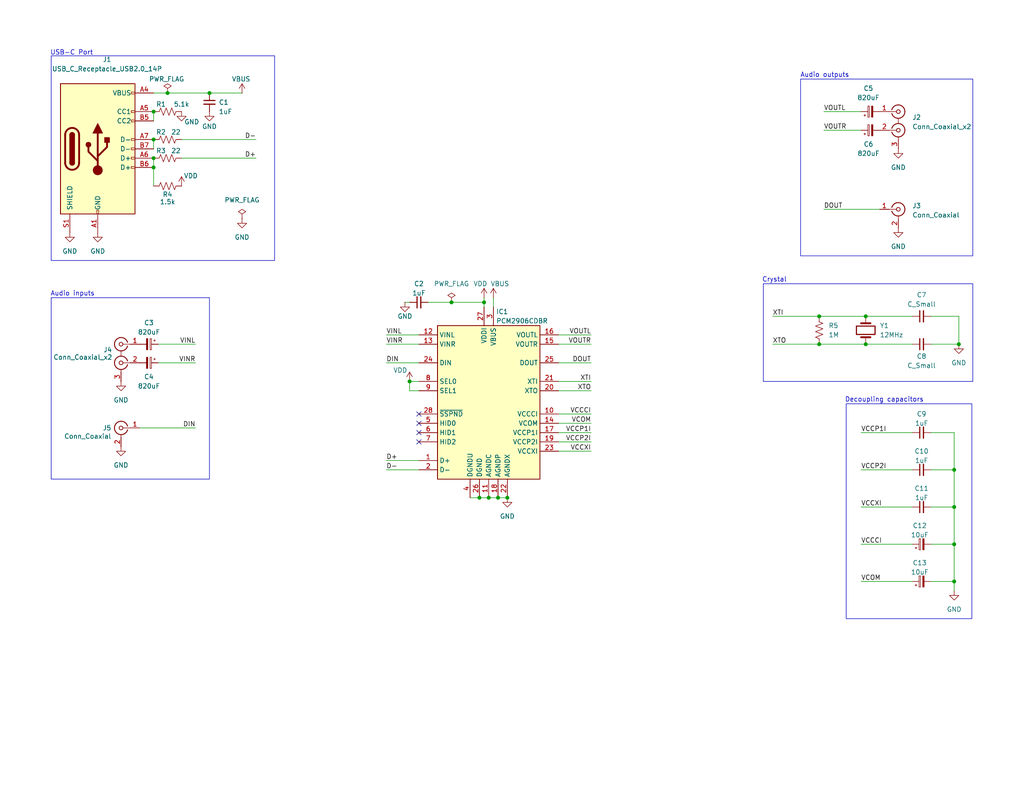
<source format=kicad_sch>
(kicad_sch (version 20231120) (generator "eeschema") (generator_version "8.0")
  (paper "USLetter")
  (title_block (title "USB Audio Interface") (company "WhatWare"))
  (lib_symbols
    (symbol "Connector:Conn_Coaxial" (pin_names (offset 1.016) hide)
      (property "Reference" "J" (at 0.254 3.048 0))
      (property "Value" "Conn_Coaxial" (at 2.921 0 90))
      (symbol "Conn_Coaxial_0_1"
        (arc (start -1.778 -0.508) (mid 0.2311 -1.8066) (end 1.778 0) (stroke (width 0.254)))
        (polyline (pts (xy -2.54 0) (xy -0.508 0)))
        (polyline (pts (xy 0 -2.54) (xy 0 -1.778)))
        (circle (center 0 0) (radius 0.508) (stroke (width 0.2032)))
        (arc (start 1.778 0) (mid 0.2099 1.8101) (end -1.778 0.508) (stroke (width 0.254)))
      )
      (symbol "Conn_Coaxial_1_1"
        (pin passive line (at -5.08 0 0) (length 2.54) (name "In") (number "1"))
        (pin passive line (at 0 -5.08 90) (length 2.54) (name "Ext") (number "2"))
      )
    )
    (symbol "Connector:Conn_Coaxial_x2" (pin_names (offset 1.016) hide)
      (property "Reference" "J" (at 0 5.715 0))
      (property "Value" "Conn_Coaxial_x2" (at 2.921 0 90))
      (symbol "Conn_Coaxial_x2_0_1"
        (arc (start -1.778 -3.048) (mid 0.2311 -4.3466) (end 1.778 -2.54) (stroke (width 0.254)))
        (arc (start -1.778 2.032) (mid 0.2311 0.7334) (end 1.778 2.54) (stroke (width 0.254)))
        (circle (center 0 -2.54) (radius 0.508) (stroke (width 0.2032)))
        (polyline (pts (xy -2.54 -2.54) (xy -0.508 -2.54)))
        (polyline (pts (xy -2.54 2.54) (xy -0.508 2.54)))
        (polyline (pts (xy 0 -5.08) (xy 0 -4.318)))
        (polyline (pts (xy 0 0.762) (xy 0 -0.635)))
        (circle (center 0 2.54) (radius 0.508) (stroke (width 0.2032)))
        (arc (start 1.778 -2.54) (mid 0.2099 -0.7299) (end -1.778 -2.032) (stroke (width 0.254)))
        (arc (start 1.778 2.54) (mid 0.2099 4.3501) (end -1.778 3.048) (stroke (width 0.254)))
      )
      (symbol "Conn_Coaxial_x2_1_1"
        (pin passive line (at -5.08 2.54 0) (length 2.54) (name "IN1") (number "1"))
        (pin passive line (at -5.08 -2.54 0) (length 2.54) (name "IN2") (number "2"))
        (pin passive line (at 0 -7.62 90) (length 2.54) (name "EXT") (number "3"))
      )
    )
    (symbol "Connector:USB_C_Receptacle_USB2.0_14P" (pin_names (offset 1.016))
      (property "Reference" "J" (at 0 22.225 0))
      (property "Value" "USB_C_Receptacle_USB2.0_14P" (at 0 19.685 0))
      (symbol "USB_C_Receptacle_USB2.0_14P_0_0"
        (rectangle (start -0.254 -17.78) (end 0.254 -16.764))
        (rectangle (start 10.16 -4.826) (end 9.144 -5.334))
        (rectangle (start 10.16 -2.286) (end 9.144 -2.794))
        (rectangle (start 10.16 0.254) (end 9.144 -0.254))
        (rectangle (start 10.16 2.794) (end 9.144 2.286))
        (rectangle (start 10.16 7.874) (end 9.144 7.366))
        (rectangle (start 10.16 10.414) (end 9.144 9.906))
        (rectangle (start 10.16 15.494) (end 9.144 14.986))
      )
      (symbol "USB_C_Receptacle_USB2.0_14P_0_1"
        (rectangle (start -10.16 17.78) (end 10.16 -17.78) (stroke (width 0.254)) (fill (type background)))
        (arc (start -8.89 -3.81) (mid -6.985 -5.7067) (end -5.08 -3.81) (stroke (width 0.508)))
        (arc (start -7.62 -3.81) (mid -6.985 -4.4423) (end -6.35 -3.81) (stroke (width 0.254)))
        (arc (start -7.62 -3.81) (mid -6.985 -4.4423) (end -6.35 -3.81) (stroke (width 0.254)) (fill (type outline)))
        (rectangle (start -7.62 -3.81) (end -6.35 3.81) (stroke (width 0.254)) (fill (type outline)))
        (arc (start -6.35 3.81) (mid -6.985 4.4423) (end -7.62 3.81) (stroke (width 0.254)))
        (arc (start -6.35 3.81) (mid -6.985 4.4423) (end -7.62 3.81) (stroke (width 0.254)) (fill (type outline)))
        (arc (start -5.08 3.81) (mid -6.985 5.7067) (end -8.89 3.81) (stroke (width 0.508)))
        (circle (center -2.54 1.143) (radius 0.635) (stroke (width 0.254)) (fill (type outline)))
        (circle (center 0 -5.842) (radius 1.27) (fill (type outline)))
        (polyline (pts (xy -8.89 -3.81) (xy -8.89 3.81)) (stroke (width 0.508)))
        (polyline (pts (xy -5.08 3.81) (xy -5.08 -3.81)) (stroke (width 0.508)))
        (polyline (pts (xy 0 -5.842) (xy 0 4.318)) (stroke (width 0.508)))
        (polyline (pts (xy 0 -3.302) (xy -2.54 -0.762) (xy -2.54 0.508)) (stroke (width 0.508)))
        (polyline (pts (xy 0 -2.032) (xy 2.54 0.508) (xy 2.54 1.778)) (stroke (width 0.508)))
        (polyline (pts (xy -1.27 4.318) (xy 0 6.858) (xy 1.27 4.318) (xy -1.27 4.318)) (stroke (width 0.254)) (fill (type outline)))
        (rectangle (start 1.905 1.778) (end 3.175 3.048) (stroke (width 0.254)) (fill (type outline)))
      )
      (symbol "USB_C_Receptacle_USB2.0_14P_1_1"
        (pin passive line (at 0 -22.86 90) (length 5.08) (name "GND") (number "A1"))
        (pin passive line (at 0 -22.86 90) (length 5.08) hide (name "GND") (number "A12"))
        (pin passive line (at 15.24 15.24 180) (length 5.08) (name "VBUS") (number "A4"))
        (pin bidirectional line (at 15.24 10.16 180) (length 5.08) (name "CC1") (number "A5"))
        (pin bidirectional line (at 15.24 -2.54 180) (length 5.08) (name "D+") (number "A6"))
        (pin bidirectional line (at 15.24 2.54 180) (length 5.08) (name "D-") (number "A7"))
        (pin passive line (at 15.24 15.24 180) (length 5.08) hide (name "VBUS") (number "A9"))
        (pin passive line (at 0 -22.86 90) (length 5.08) hide (name "GND") (number "B1"))
        (pin passive line (at 0 -22.86 90) (length 5.08) hide (name "GND") (number "B12"))
        (pin passive line (at 15.24 15.24 180) (length 5.08) hide (name "VBUS") (number "B4"))
        (pin bidirectional line (at 15.24 7.62 180) (length 5.08) (name "CC2") (number "B5"))
        (pin bidirectional line (at 15.24 -5.08 180) (length 5.08) (name "D+") (number "B6"))
        (pin bidirectional line (at 15.24 0 180) (length 5.08) (name "D-") (number "B7"))
        (pin passive line (at 15.24 15.24 180) (length 5.08) hide (name "VBUS") (number "B9"))
        (pin passive line (at -7.62 -22.86 90) (length 5.08) (name "SHIELD") (number "S1"))
      )
    )
    (symbol "Device:C_Polarized_Small" (pin_numbers hide) (pin_names (offset 0.254) hide)
      (property "Reference" "C" (at 0.254 1.778 0))
      (property "Value" "C_Polarized_Small" (at 0.254 -2.032 0))
      (symbol "C_Polarized_Small_0_1"
        (rectangle (start -1.524 -0.3048) (end 1.524 -0.6858) (fill (type outline)))
        (rectangle (start -1.524 0.6858) (end 1.524 0.3048))
        (polyline (pts (xy -1.27 1.524) (xy -0.762 1.524)))
        (polyline (pts (xy -1.016 1.27) (xy -1.016 1.778)))
      )
      (symbol "C_Polarized_Small_1_1"
        (pin passive line (at 0 2.54 270) (length 1.8542) (name "~") (number "1"))
        (pin passive line (at 0 -2.54 90) (length 1.8542) (name "~") (number "2"))
      )
    )
    (symbol "Device:C_Small" (pin_numbers hide) (pin_names (offset 0.254) hide)
      (property "Reference" "C" (at 0.254 1.778 0))
      (property "Value" "C_Small" (at 0.254 -2.032 0))
      (symbol "C_Small_0_1"
        (polyline (pts (xy -1.524 -0.508) (xy 1.524 -0.508)) (stroke (width 0.3302)))
        (polyline (pts (xy -1.524 0.508) (xy 1.524 0.508)) (stroke (width 0.3048)))
      )
      (symbol "C_Small_1_1"
        (pin passive line (at 0 2.54 270) (length 2.032) (name "~") (number "1"))
        (pin passive line (at 0 -2.54 90) (length 2.032) (name "~") (number "2"))
      )
    )
    (symbol "Device:Crystal" (pin_numbers hide) (pin_names (offset 1.016) hide)
      (property "Reference" "Y" (at 0 3.81 0))
      (property "Value" "Crystal" (at 0 -3.81 0))
      (symbol "Crystal_0_1"
        (rectangle (start -1.143 2.54) (end 1.143 -2.54) (stroke (width 0.3048)))
        (polyline (pts (xy -2.54 0) (xy -1.905 0)))
        (polyline (pts (xy -1.905 -1.27) (xy -1.905 1.27)) (stroke (width 0.508)))
        (polyline (pts (xy 1.905 -1.27) (xy 1.905 1.27)) (stroke (width 0.508)))
        (polyline (pts (xy 2.54 0) (xy 1.905 0)))
      )
      (symbol "Crystal_1_1"
        (pin passive line (at -3.81 0 0) (length 1.27) (name "1") (number "1"))
        (pin passive line (at 3.81 0 180) (length 1.27) (name "2") (number "2"))
      )
    )
    (symbol "Device:R_US" (pin_numbers hide) (pin_names (offset 0))
      (property "Reference" "R" (at 2.54 0 90))
      (property "Value" "R_US" (at -2.54 0 90))
      (symbol "R_US_0_1"
        (polyline (pts (xy 0 -2.286) (xy 0 -2.54)))
        (polyline (pts (xy 0 2.286) (xy 0 2.54)))
        (polyline (pts (xy 0 -0.762) (xy 1.016 -1.143) (xy 0 -1.524) (xy -1.016 -1.905) (xy 0 -2.286)))
        (polyline (pts (xy 0 0.762) (xy 1.016 0.381) (xy 0 0) (xy -1.016 -0.381) (xy 0 -0.762)))
        (polyline (pts (xy 0 2.286) (xy 1.016 1.905) (xy 0 1.524) (xy -1.016 1.143) (xy 0 0.762)))
      )
      (symbol "R_US_1_1"
        (pin passive line (at 0 3.81 270) (length 1.27) (name "~") (number "1"))
        (pin passive line (at 0 -3.81 90) (length 1.27) (name "~") (number "2"))
      )
    )
    (symbol "PCM2906CDBR:PCM2906CDBR"
      (property "Reference" "IC" (at 29.21 7.62 0))
      (property "Value" "PCM2906CDBR" (at 29.21 5.08 0))
      (symbol "PCM2906CDBR_1_1"
        (rectangle (start 0 2.54) (end 27.94 -39.37) (stroke (width 0.254)) (fill (type background)))
        (pin passive line (at -5.08 -34.29 0) (length 5.08) (name "D+") (number "1"))
        (pin passive line (at 33.02 -21.59 180) (length 5.08) (name "VCCCI") (number "10"))
        (pin passive line (at 13.97 -44.45 90) (length 5.08) (name "AGNDC") (number "11"))
        (pin passive line (at -5.08 0 0) (length 5.08) (name "VINL") (number "12"))
        (pin passive line (at -5.08 -2.54 0) (length 5.08) (name "VINR") (number "13"))
        (pin passive line (at 33.02 -24.13 180) (length 5.08) (name "VCOM") (number "14"))
        (pin passive line (at 33.02 -2.54 180) (length 5.08) (name "VOUTR") (number "15"))
        (pin passive line (at 33.02 0 180) (length 5.08) (name "VOUTL") (number "16"))
        (pin passive line (at 33.02 -26.67 180) (length 5.08) (name "VCCP1I") (number "17"))
        (pin passive line (at 16.51 -44.45 90) (length 5.08) (name "AGNDP") (number "18"))
        (pin passive line (at 33.02 -29.21 180) (length 5.08) (name "VCCP2I") (number "19"))
        (pin passive line (at -5.08 -36.83 0) (length 5.08) (name "D-") (number "2"))
        (pin passive line (at 33.02 -15.24 180) (length 5.08) (name "XTO") (number "20"))
        (pin passive line (at 33.02 -12.7 180) (length 5.08) (name "XTI") (number "21"))
        (pin passive line (at 19.05 -44.45 90) (length 5.08) (name "AGNDX") (number "22"))
        (pin passive line (at 33.02 -31.75 180) (length 5.08) (name "VCCXI") (number "23"))
        (pin passive line (at -5.08 -7.62 0) (length 5.08) (name "DIN") (number "24"))
        (pin passive line (at 33.02 -7.62 180) (length 5.08) (name "DOUT") (number "25"))
        (pin passive line (at 11.43 -44.45 90) (length 5.08) (name "DGND") (number "26"))
        (pin passive line (at 12.7 7.62 270) (length 5.08) (name "VDDI") (number "27"))
        (pin passive line (at -5.08 -21.59 0) (length 5.08) (name "~{SSPND}") (number "28"))
        (pin passive line (at 15.24 7.62 270) (length 5.08) (name "VBUS") (number "3"))
        (pin passive line (at 8.89 -44.45 90) (length 5.08) (name "DGNDU") (number "4"))
        (pin passive line (at -5.08 -24.13 0) (length 5.08) (name "HID0") (number "5"))
        (pin passive line (at -5.08 -26.67 0) (length 5.08) (name "HID1") (number "6"))
        (pin passive line (at -5.08 -29.21 0) (length 5.08) (name "HID2") (number "7"))
        (pin passive line (at -5.08 -12.7 0) (length 5.08) (name "SEL0") (number "8"))
        (pin passive line (at -5.08 -15.24 0) (length 5.08) (name "SEL1") (number "9"))
      )
    )
    (symbol "power:GND" (power) (pin_numbers hide) (pin_names (offset 0) hide)
      (property "Value" "GND" (at 0 -3.81 0))
      (symbol "GND_0_1"
        (polyline (pts (xy 0 0) (xy 0 -1.27) (xy 1.27 -1.27) (xy 0 -2.54) (xy -1.27 -1.27) (xy 0 -1.27)))
      )
      (symbol "GND_1_1"
        (pin power_in line (at 0 0 270) (length 0) (name "~") (number "1"))
      )
    )
    (symbol "power:PWR_FLAG" (power) (pin_numbers hide) (pin_names (offset 0) hide)
      (property "Value" "PWR_FLAG" (at 0 3.81 0))
      (symbol "PWR_FLAG_0_0"
        (pin power_out line (at 0 0 90) (length 0) (name "~") (number "1"))
      )
      (symbol "PWR_FLAG_0_1"
        (polyline (pts (xy 0 0) (xy 0 1.27) (xy -1.016 1.905) (xy 0 2.54) (xy 1.016 1.905) (xy 0 1.27)))
      )
    )
    (symbol "power:VBUS" (power) (pin_numbers hide) (pin_names (offset 0) hide)
      (property "Value" "VBUS" (at 0 3.556 0))
      (symbol "VBUS_0_1"
        (polyline (pts (xy -0.762 1.27) (xy 0 2.54)))
        (polyline (pts (xy 0 0) (xy 0 2.54)))
        (polyline (pts (xy 0 2.54) (xy 0.762 1.27)))
      )
      (symbol "VBUS_1_1"
        (pin power_in line (at 0 0 90) (length 0) (name "~") (number "1"))
      )
    )
    (symbol "power:VDD" (power) (pin_numbers hide) (pin_names (offset 0) hide)
      (property "Value" "VDD" (at 0 3.556 0))
      (symbol "VDD_0_1"
        (polyline (pts (xy -0.762 1.27) (xy 0 2.54)))
        (polyline (pts (xy 0 0) (xy 0 2.54)))
        (polyline (pts (xy 0 2.54) (xy 0.762 1.27)))
      )
      (symbol "VDD_1_1"
        (pin power_in line (at 0 0 90) (length 0) (name "~") (number "1"))
      )
    )
  )
  (junction (at 135.89 135.89))
  (junction (at 260.35 148.59))
  (junction (at 41.91 43.18))
  (junction (at 41.91 30.48))
  (junction (at 223.52 93.98))
  (junction (at 236.22 93.98))
  (junction (at 41.91 38.1))
  (junction (at 260.35 128.27))
  (junction (at 41.91 45.72))
  (junction (at 260.35 158.75))
  (junction (at 138.43 135.89))
  (junction (at 260.35 138.43))
  (junction (at 223.52 86.36))
  (junction (at 132.08 82.55))
  (junction (at 45.72 25.4))
  (junction (at 130.81 135.89))
  (junction (at 236.22 86.36))
  (junction (at 111.76 104.14))
  (junction (at 133.35 135.89))
  (junction (at 57.15 25.4))
  (junction (at 123.19 82.55))
  (junction (at 261.62 93.98))
  (no_connect (at 114.3 118.11))
  (no_connect (at 114.3 113.03))
  (no_connect (at 114.3 120.65))
  (no_connect (at 114.3 115.57))
  (wire (pts (xy 254 138.43) (xy 260.35 138.43)))
  (wire (pts (xy 49.53 43.18) (xy 69.85 43.18)))
  (wire (pts (xy 152.4 120.65) (xy 161.29 120.65)))
  (wire (pts (xy 236.22 86.36) (xy 248.92 86.36)))
  (wire (pts (xy 41.91 45.72) (xy 41.91 50.8)))
  (wire (pts (xy 152.4 99.06) (xy 161.29 99.06)))
  (wire (pts (xy 254 86.36) (xy 261.62 86.36)))
  (wire (pts (xy 152.4 123.19) (xy 161.29 123.19)))
  (wire (pts (xy 38.1 116.84) (xy 53.34 116.84)))
  (wire (pts (xy 105.41 128.27) (xy 114.3 128.27)))
  (wire (pts (xy 260.35 158.75) (xy 260.35 161.29)))
  (wire (pts (xy 152.4 93.98) (xy 161.29 93.98)))
  (wire (pts (xy 223.52 86.36) (xy 236.22 86.36)))
  (wire (pts (xy 49.53 38.1) (xy 69.85 38.1)))
  (wire (pts (xy 234.95 118.11) (xy 248.92 118.11)))
  (wire (pts (xy 111.76 104.14) (xy 114.3 104.14)))
  (wire (pts (xy 111.76 106.68) (xy 111.76 104.14)))
  (wire (pts (xy 133.35 135.89) (xy 135.89 135.89)))
  (wire (pts (xy 132.08 81.28) (xy 132.08 82.55)))
  (wire (pts (xy 234.95 128.27) (xy 248.92 128.27)))
  (wire (pts (xy 134.62 81.28) (xy 134.62 83.82)))
  (wire (pts (xy 223.52 93.98) (xy 236.22 93.98)))
  (wire (pts (xy 57.15 25.4) (xy 66.04 25.4)))
  (wire (pts (xy 224.79 30.48) (xy 234.95 30.48)))
  (wire (pts (xy 152.4 118.11) (xy 161.29 118.11)))
  (wire (pts (xy 41.91 30.48) (xy 41.91 33.02)))
  (wire (pts (xy 254 128.27) (xy 260.35 128.27)))
  (wire (pts (xy 41.91 38.1) (xy 41.91 40.64)))
  (wire (pts (xy 116.84 82.55) (xy 123.19 82.55)))
  (wire (pts (xy 105.41 93.98) (xy 114.3 93.98)))
  (wire (pts (xy 105.41 99.06) (xy 114.3 99.06)))
  (wire (pts (xy 152.4 91.44) (xy 161.29 91.44)))
  (wire (pts (xy 224.79 57.15) (xy 240.03 57.15)))
  (wire (pts (xy 128.27 135.89) (xy 130.81 135.89)))
  (wire (pts (xy 236.22 93.98) (xy 248.92 93.98)))
  (wire (pts (xy 234.95 138.43) (xy 248.92 138.43)))
  (wire (pts (xy 261.62 86.36) (xy 261.62 93.98)))
  (wire (pts (xy 41.91 43.18) (xy 41.91 45.72)))
  (wire (pts (xy 114.3 106.68) (xy 111.76 106.68)))
  (wire (pts (xy 210.82 93.98) (xy 223.52 93.98)))
  (wire (pts (xy 254 118.11) (xy 260.35 118.11)))
  (wire (pts (xy 41.91 25.4) (xy 45.72 25.4)))
  (wire (pts (xy 43.18 93.98) (xy 53.34 93.98)))
  (wire (pts (xy 254 93.98) (xy 261.62 93.98)))
  (wire (pts (xy 254 148.59) (xy 260.35 148.59)))
  (wire (pts (xy 130.81 135.89) (xy 133.35 135.89)))
  (wire (pts (xy 105.41 125.73) (xy 114.3 125.73)))
  (wire (pts (xy 260.35 148.59) (xy 260.35 158.75)))
  (wire (pts (xy 105.41 91.44) (xy 114.3 91.44)))
  (wire (pts (xy 43.18 99.06) (xy 53.34 99.06)))
  (wire (pts (xy 210.82 86.36) (xy 223.52 86.36)))
  (wire (pts (xy 260.35 118.11) (xy 260.35 128.27)))
  (wire (pts (xy 260.35 138.43) (xy 260.35 148.59)))
  (wire (pts (xy 152.4 115.57) (xy 161.29 115.57)))
  (wire (pts (xy 152.4 113.03) (xy 161.29 113.03)))
  (wire (pts (xy 254 158.75) (xy 260.35 158.75)))
  (wire (pts (xy 152.4 104.14) (xy 161.29 104.14)))
  (wire (pts (xy 135.89 135.89) (xy 138.43 135.89)))
  (wire (pts (xy 234.95 148.59) (xy 248.92 148.59)))
  (wire (pts (xy 123.19 82.55) (xy 132.08 82.55)))
  (wire (pts (xy 152.4 106.68) (xy 161.29 106.68)))
  (wire (pts (xy 224.79 35.56) (xy 234.95 35.56)))
  (wire (pts (xy 110.49 82.55) (xy 111.76 82.55)))
  (wire (pts (xy 234.95 158.75) (xy 248.92 158.75)))
  (wire (pts (xy 45.72 25.4) (xy 57.15 25.4)))
  (wire (pts (xy 132.08 82.55) (xy 132.08 83.82)))
  (wire (pts (xy 260.35 128.27) (xy 260.35 138.43)))
  (rectangle (start 218.44 21.59) (end 265.43 69.85))
  (rectangle (start 13.97 81.28) (end 57.15 130.81))
  (rectangle (start 230.886 110.236) (end 265.176 168.91))
  (rectangle (start 13.97 15.24) (end 74.93 71.12))
  (rectangle (start 208.28 77.47) (end 265.43 104.14))
  (text "Audio outputs" (at 225.044 20.574 0) (effects (font (size 1.27 1.27))))
  (text "Crystal" (at 211.328 76.454 0) (effects (font (size 1.27 1.27))))
  (text "USB-C Port" (at 19.558 14.478 0) (effects (font (size 1.27 1.27))))
  (text "Audio inputs" (at 19.812 80.264 0) (effects (font (size 1.27 1.27))))
  (text "Decoupling capacitors" (at 241.3 109.22 0) (effects (font (size 1.27 1.27))))
  (label "D-" (at 105.41 128.27 0))
  (label "XTI" (at 210.82 86.36 0))
  (label "DIN" (at 53.34 116.84 180))
  (label "VINR" (at 53.34 99.06 180))
  (label "XTI" (at 161.29 104.14 180))
  (label "VCCP1I" (at 161.29 118.11 180))
  (label "XTO" (at 210.82 93.98 0))
  (label "VCCP2I" (at 234.95 128.27 0))
  (label "XTO" (at 161.29 106.68 180))
  (label "VOUTL" (at 224.79 30.48 0))
  (label "VOUTL" (at 161.29 91.44 180))
  (label "VCCCI" (at 161.29 113.03 180))
  (label "DOUT" (at 224.79 57.15 0))
  (label "VCCP2I" (at 161.29 120.65 180))
  (label "DOUT" (at 161.29 99.06 180))
  (label "VCOM" (at 161.29 115.57 180))
  (label "D-" (at 69.85 38.1 180))
  (label "DIN" (at 105.41 99.06 0))
  (label "VOUTR" (at 161.29 93.98 180))
  (label "VCOM" (at 234.95 158.75 0))
  (label "VINR" (at 105.41 93.98 0))
  (label "D+" (at 105.41 125.73 0))
  (label "VCCP1I" (at 234.95 118.11 0))
  (label "VINL" (at 53.34 93.98 180))
  (label "VOUTR" (at 224.79 35.56 0))
  (label "VCCCI" (at 234.95 148.59 0))
  (label "VCCXI" (at 234.95 138.43 0))
  (label "VINL" (at 105.41 91.44 0))
  (label "D+" (at 69.85 43.18 180))
  (label "VCCXI" (at 161.29 123.19 180))
  (symbol (lib_id "Device:R_US") (at 45.72 50.8 90) (unit 1)
    (property "Reference" "R4" (at 45.72 53.086 90))
    (property "Value" "1.5k" (at 45.72 55.118 90))
    (property "Footprint" "Resistor_SMD:R_0201_0603Metric_Pad0.64x0.40mm_HandSolder" (effects (hide yes)))
    (property "Description" "Resistor, US symbol" (effects (hide yes)))
  )
  (symbol (lib_id "Connector:Conn_Coaxial_x2") (at 33.02 96.52 0) (mirror y) (unit 1)
    (property "Reference" "J4" (at 29.4006 95.504 0))
    (property "Value" "Conn_Coaxial_x2" (at 22.606 97.536 0))
    (property "Description" "double coaxial connector (BNC, SMA, SMB, SMC, Cinch/RCA, LEMO, ...)" (effects (hide yes)))
  )
  (symbol (lib_id "power:GND") (at 245.11 40.64 0) (unit 1)
    (property "Reference" "#PWR014" (effects (hide yes)))
    (property "Value" "GND" (at 245.11 45.72 0))
    (property "Description" "Power symbol creates a global label with name \"GND\" , ground" (effects (hide yes)))
  )
  (symbol (lib_id "power:GND") (at 66.04 59.69 0) (unit 1)
    (property "Reference" "#PWR018" (effects (hide yes)))
    (property "Value" "GND" (at 66.04 64.77 0))
    (property "Description" "Power symbol creates a global label with name \"GND\" , ground" (effects (hide yes)))
  )
  (symbol (lib_id "Device:C_Small") (at 251.46 138.43 90) (unit 1)
    (property "Reference" "C11" (at 251.46 133.35 90))
    (property "Value" "1uF" (at 251.46 135.89 90))
    (property "Footprint" "Capacitor_SMD:C_0201_0603Metric_Pad0.64x0.40mm_HandSolder" (effects (hide yes)))
    (property "Description" "Unpolarized capacitor, small symbol" (effects (hide yes)))
  )
  (symbol (lib_id "power:GND") (at 261.62 93.98 0) (unit 1)
    (property "Reference" "#PWR012" (effects (hide yes)))
    (property "Value" "GND" (at 261.62 99.06 0))
    (property "Description" "Power symbol creates a global label with name \"GND\" , ground" (effects (hide yes)))
  )
  (symbol (lib_id "power:GND") (at 19.05 63.5 0) (unit 1)
    (property "Reference" "#PWR01" (effects (hide yes)))
    (property "Value" "GND" (at 19.05 68.58 0))
    (property "Description" "Power symbol creates a global label with name \"GND\" , ground" (effects (hide yes)))
  )
  (symbol (lib_id "Device:R_US") (at 45.72 43.18 90) (unit 1)
    (property "Reference" "R3" (at 43.942 41.148 90))
    (property "Value" "22" (at 48.006 41.148 90))
    (property "Footprint" "Resistor_SMD:R_0201_0603Metric_Pad0.64x0.40mm_HandSolder" (effects (hide yes)))
    (property "Description" "Resistor, US symbol" (effects (hide yes)))
    (property "Mfr. #" "CFR-12JB-52-30R" (effects (hide yes)))
    (property "Mfr." "YAGEO" (effects (hide yes)))
  )
  (symbol (lib_id "power:GND") (at 110.49 82.55 0) (unit 1)
    (property "Reference" "#PWR010" (effects (hide yes)))
    (property "Value" "GND" (at 110.49 86.36 0))
    (property "Description" "Power symbol creates a global label with name \"GND\" , ground" (effects (hide yes)))
  )
  (symbol (lib_id "power:VDD") (at 111.76 104.14 0) (unit 1)
    (property "Reference" "#PWR09" (effects (hide yes)))
    (property "Value" "VDD" (at 109.22 101.092 0))
    (property "Description" "Power symbol creates a global label with name \"VDD\"" (effects (hide yes)))
  )
  (symbol (lib_id "power:VDD") (at 132.08 81.28 0) (unit 1)
    (property "Reference" "#PWR08" (effects (hide yes)))
    (property "Value" "VDD" (at 131.064 77.47 0))
    (property "Description" "Power symbol creates a global label with name \"VDD\"" (effects (hide yes)))
  )
  (symbol (lib_id "power:VBUS") (at 66.04 25.4 0) (unit 1)
    (property "Reference" "#PWR05" (effects (hide yes)))
    (property "Value" "VBUS" (at 65.786 21.59 0))
    (property "Description" "Power symbol creates a global label with name \"VBUS\"" (effects (hide yes)))
  )
  (symbol (lib_id "Device:C_Small") (at 251.46 128.27 90) (unit 1)
    (property "Reference" "C10" (at 251.46 123.19 90))
    (property "Value" "1uF" (at 251.46 125.73 90))
    (property "Footprint" "Capacitor_SMD:C_0201_0603Metric_Pad0.64x0.40mm_HandSolder" (effects (hide yes)))
    (property "Description" "Unpolarized capacitor, small symbol" (effects (hide yes)))
  )
  (symbol (lib_id "Device:C_Small") (at 114.3 82.55 90) (unit 1)
    (property "Reference" "C2" (at 114.3 77.47 90))
    (property "Value" "1uF" (at 114.3 80.01 90))
    (property "Footprint" "Capacitor_SMD:C_0201_0603Metric_Pad0.64x0.40mm_HandSolder" (effects (hide yes)))
    (property "Description" "Unpolarized capacitor, small symbol" (effects (hide yes)))
  )
  (symbol (lib_id "Device:R_US") (at 223.52 90.17 0) (unit 1)
    (property "Reference" "R5" (at 226.06 88.8999 0) (effects (justify left)))
    (property "Value" "1M" (at 226.06 91.4399 0) (effects (justify left)))
    (property "Footprint" "Resistor_SMD:R_0201_0603Metric_Pad0.64x0.40mm_HandSolder" (effects (hide yes)))
    (property "Description" "Resistor, US symbol" (effects (hide yes)))
  )
  (symbol (lib_id "power:PWR_FLAG") (at 45.72 25.4 0) (unit 1)
    (property "Reference" "#FLG01" (effects (hide yes)))
    (property "Value" "PWR_FLAG" (at 45.466 21.59 0))
    (property "Description" "Special symbol for telling ERC where power comes from" (effects (hide yes)))
  )
  (symbol (lib_id "Device:C_Polarized_Small") (at 40.64 93.98 270) (unit 1)
    (property "Reference" "C3" (at 40.64 88.138 90))
    (property "Value" "820uF" (at 40.64 90.678 90))
    (property "Description" "Polarized capacitor, small symbol" (effects (hide yes)))
  )
  (symbol (lib_id "Device:R_US") (at 45.72 38.1 90) (unit 1)
    (property "Reference" "R2" (at 43.942 36.068 90))
    (property "Value" "22" (at 48.006 36.068 90))
    (property "Footprint" "Resistor_SMD:R_0201_0603Metric_Pad0.64x0.40mm_HandSolder" (effects (hide yes)))
    (property "Description" "Resistor, US symbol" (effects (hide yes)))
    (property "Mfr. #" "CFR-12JB-52-30R" (effects (hide yes)))
    (property "Mfr." "YAGEO" (effects (hide yes)))
  )
  (symbol (lib_id "power:GND") (at 260.35 161.29 0) (unit 1)
    (property "Reference" "#PWR013" (effects (hide yes)))
    (property "Value" "GND" (at 260.35 166.37 0))
    (property "Description" "Power symbol creates a global label with name \"GND\" , ground" (effects (hide yes)))
  )
  (symbol (lib_id "power:VDD") (at 49.53 50.8 0) (unit 1)
    (property "Reference" "#PWR011" (effects (hide yes)))
    (property "Value" "VDD" (at 52.07 48.006 0))
    (property "Description" "Power symbol creates a global label with name \"VDD\"" (effects (hide yes)))
  )
  (symbol (lib_id "power:GND") (at 33.02 121.92 0) (unit 1)
    (property "Reference" "#PWR017" (effects (hide yes)))
    (property "Value" "GND" (at 33.02 127 0))
    (property "Description" "Power symbol creates a global label with name \"GND\" , ground" (effects (hide yes)))
  )
  (symbol (lib_id "power:PWR_FLAG") (at 123.19 82.55 0) (unit 1)
    (property "Reference" "#FLG02" (effects (hide yes)))
    (property "Value" "PWR_FLAG" (at 123.19 77.47 0))
    (property "Description" "Special symbol for telling ERC where power comes from" (effects (hide yes)))
  )
  (symbol (lib_id "Connector:Conn_Coaxial") (at 33.02 116.84 0) (mirror y) (unit 1)
    (property "Reference" "J5" (at 29.21 116.84 0))
    (property "Value" "Conn_Coaxial" (at 23.9394 119.126 0))
    (property "Description" "coaxial connector (BNC, SMA, SMB, SMC, Cinch/RCA, LEMO, ...)" (effects (hide yes)))
  )
  (symbol (lib_id "Device:C_Small") (at 57.15 27.94 0) (unit 1)
    (property "Reference" "C1" (at 59.69 27.94 0) (effects (justify left)))
    (property "Value" "1uF" (at 59.69 30.48 0) (effects (justify left)))
    (property "Footprint" "Capacitor_SMD:C_0201_0603Metric_Pad0.64x0.40mm_HandSolder" (effects (hide yes)))
    (property "Description" "Unpolarized capacitor, small symbol" (effects (hide yes)))
    (property "Mfr. #" "FG28X7R1E105KRT00 " (effects (hide yes)))
    (property "Mfr." "TDK" (effects (hide yes)))
  )
  (symbol (lib_id "power:VBUS") (at 134.62 81.28 0) (unit 1)
    (property "Reference" "#PWR06" (effects (hide yes)))
    (property "Value" "VBUS" (at 136.398 77.47 0))
    (property "Description" "Power symbol creates a global label with name \"VBUS\"" (effects (hide yes)))
  )
  (symbol (lib_id "Connector:USB_C_Receptacle_USB2.0_14P") (at 26.67 40.64 0) (unit 1)
    (property "Reference" "J1" (at 29.21 16.256 0))
    (property "Value" "USB_C_Receptacle_USB2.0_14P" (at 29.21 18.796 0))
    (property "Footprint" "Connector_USB:USB_C_Receptacle_GCT_USB4105-xx-A_16P_TopMnt_Horizontal" (effects (hide yes)))
    (property "Description" "USB 2.0-only 14P Type-C Receptacle connector" (effects (hide yes)))
    (property "Mfr. #" "USB4105" (effects (hide yes)))
    (property "Mfr." "GCT" (effects (hide yes)))
  )
  (symbol (lib_id "Device:C_Polarized_Small") (at 237.49 30.48 90) (unit 1)
    (property "Reference" "C5" (at 236.9439 24.13 90))
    (property "Value" "820uF" (at 236.9439 26.67 90))
    (property "Description" "Polarized capacitor, small symbol" (effects (hide yes)))
  )
  (symbol (lib_id "power:GND") (at 57.15 30.48 0) (unit 1)
    (property "Reference" "#PWR04" (effects (hide yes)))
    (property "Value" "GND" (at 57.15 34.544 0))
    (property "Description" "Power symbol creates a global label with name \"GND\" , ground" (effects (hide yes)))
  )
  (symbol (lib_id "Device:C_Polarized_Small") (at 251.46 148.59 90) (unit 1)
    (property "Reference" "C12" (at 250.952 143.51 90))
    (property "Value" "10uF" (at 250.952 146.05 90))
    (property "Description" "Polarized capacitor, small symbol" (effects (hide yes)))
  )
  (symbol (lib_id "power:GND") (at 33.02 104.14 0) (unit 1)
    (property "Reference" "#PWR016" (effects (hide yes)))
    (property "Value" "GND" (at 33.02 109.22 0))
    (property "Description" "Power symbol creates a global label with name \"GND\" , ground" (effects (hide yes)))
  )
  (symbol (lib_id "Device:C_Polarized_Small") (at 237.49 35.56 90) (unit 1)
    (property "Reference" "C6" (at 236.982 39.37 90))
    (property "Value" "820uF" (at 236.982 41.91 90))
    (property "Description" "Polarized capacitor, small symbol" (effects (hide yes)))
  )
  (symbol (lib_id "Device:C_Polarized_Small") (at 40.64 99.06 270) (unit 1)
    (property "Reference" "C4" (at 40.64 102.87 90))
    (property "Value" "820uF" (at 40.64 105.41 90))
    (property "Description" "Polarized capacitor, small symbol" (effects (hide yes)))
  )
  (symbol (lib_id "Device:C_Small") (at 251.46 86.36 90) (unit 1)
    (property "Reference" "C7" (at 251.46 80.518 90))
    (property "Value" "C_Small" (at 251.46 83.058 90))
    (property "Description" "Unpolarized capacitor, small symbol" (effects (hide yes)))
  )
  (symbol (lib_id "Device:C_Small") (at 251.46 118.11 90) (unit 1)
    (property "Reference" "C9" (at 251.46 113.03 90))
    (property "Value" "1uF" (at 251.46 115.57 90))
    (property "Footprint" "Capacitor_SMD:C_0201_0603Metric_Pad0.64x0.40mm_HandSolder" (effects (hide yes)))
    (property "Description" "Unpolarized capacitor, small symbol" (effects (hide yes)))
  )
  (symbol (lib_id "power:GND") (at 26.67 63.5 0) (unit 1)
    (property "Reference" "#PWR02" (effects (hide yes)))
    (property "Value" "GND" (at 26.67 68.58 0))
    (property "Description" "Power symbol creates a global label with name \"GND\" , ground" (effects (hide yes)))
  )
  (symbol (lib_id "power:GND") (at 138.43 135.89 0) (unit 1)
    (property "Reference" "#PWR07" (effects (hide yes)))
    (property "Value" "GND" (at 138.43 140.97 0))
    (property "Description" "Power symbol creates a global label with name \"GND\" , ground" (effects (hide yes)))
  )
  (symbol (lib_id "Device:R_US") (at 45.72 30.48 90) (unit 1)
    (property "Reference" "R1" (at 43.942 28.448 90))
    (property "Value" "5.1k" (at 49.53 28.448 90))
    (property "Footprint" "Resistor_SMD:R_0201_0603Metric_Pad0.64x0.40mm_HandSolder" (effects (hide yes)))
    (property "Description" "Resistor, US symbol" (effects (hide yes)))
    (property "Mfr. #" "CF18JT5K10" (effects (hide yes)))
    (property "Mfr." "SEI Stackpole" (effects (hide yes)))
  )
  (symbol (lib_id "power:GND") (at 49.53 30.48 0) (unit 1)
    (property "Reference" "#PWR03" (effects (hide yes)))
    (property "Value" "GND" (at 52.324 33.274 0))
    (property "Description" "Power symbol creates a global label with name \"GND\" , ground" (effects (hide yes)))
  )
  (symbol (lib_id "Connector:Conn_Coaxial_x2") (at 245.11 33.02 0) (unit 1)
    (property "Reference" "J2" (at 248.92 32.0431 0) (effects (justify left)))
    (property "Value" "Conn_Coaxial_x2" (at 248.92 34.5831 0) (effects (justify left)))
    (property "Description" "double coaxial connector (BNC, SMA, SMB, SMC, Cinch/RCA, LEMO, ...)" (effects (hide yes)))
  )
  (symbol (lib_id "Device:C_Polarized_Small") (at 251.46 158.75 90) (unit 1)
    (property "Reference" "C13" (at 250.952 153.67 90))
    (property "Value" "10uF" (at 250.952 156.21 90))
    (property "Description" "Polarized capacitor, small symbol" (effects (hide yes)))
  )
  (symbol (lib_id "power:GND") (at 245.11 62.23 0) (unit 1)
    (property "Reference" "#PWR015" (effects (hide yes)))
    (property "Value" "GND" (at 245.11 67.31 0))
    (property "Description" "Power symbol creates a global label with name \"GND\" , ground" (effects (hide yes)))
  )
  (symbol (lib_id "PCM2906CDBR:PCM2906CDBR") (at 119.38 91.44 0) (unit 1)
    (property "Reference" "IC1" (at 135.382 85.09 0) (effects (justify left)))
    (property "Value" "PCM2906CDBR" (at 135.382 87.63 0) (effects (justify left)))
    (property "Footprint" "Package_SO:Texas_PWP0028V_TSSOP-28-1EP_4.4x9.7mm_P0.65mm_EP3.4x9.7mm_Mask2.94x5.62mm" (effects (hide yes)))
    (property "Datasheet" "https://datasheet.datasheetarchive.com/originals/distributors/Datasheets-SFU2/DSASFU100026143.pdf" (effects (hide yes)))
    (property "Description" "Stereo USB CODEC with line out and S/PDIF, Bus-powered" (effects (hide yes)))
    (property "Height" "2" (effects (hide yes)))
    (property "Mouser Part Number" "595-PCM2906CDBR" (effects (hide yes)))
    (property "Mouser Price/Stock" "https://www.mouser.co.uk/ProductDetail/Texas-Instruments/PCM2906CDBR?qs=5kMjoDYFkggVEiImxgD9eA%3D%3D" (effects (hide yes)))
    (property "Manufacturer_Name" "Texas Instruments" (effects (hide yes)))
    (property "Manufacturer_Part_Number" "PCM2906CDBR" (effects (hide yes)))
  )
  (symbol (lib_id "power:PWR_FLAG") (at 66.04 59.69 0) (unit 1)
    (property "Reference" "#FLG03" (effects (hide yes)))
    (property "Value" "PWR_FLAG" (at 66.04 54.61 0))
    (property "Description" "Special symbol for telling ERC where power comes from" (effects (hide yes)))
  )
  (symbol (lib_id "Device:Crystal") (at 236.22 90.17 90) (unit 1)
    (property "Reference" "Y1" (at 240.03 88.8999 90) (effects (justify right)))
    (property "Value" "12MHz" (at 240.03 91.4399 90) (effects (justify right)))
    (property "Description" "Two pin crystal" (effects (hide yes)))
  )
  (symbol (lib_id "Device:C_Small") (at 251.46 93.98 90) (unit 1)
    (property "Reference" "C8" (at 251.46 97.282 90))
    (property "Value" "C_Small" (at 251.46 99.822 90))
    (property "Description" "Unpolarized capacitor, small symbol" (effects (hide yes)))
  )
  (symbol (lib_id "Connector:Conn_Coaxial") (at 245.11 57.15 0) (unit 1)
    (property "Reference" "J3" (at 248.92 56.1731 0) (effects (justify left)))
    (property "Value" "Conn_Coaxial" (at 248.92 58.7131 0) (effects (justify left)))
    (property "Description" "coaxial connector (BNC, SMA, SMB, SMC, Cinch/RCA, LEMO, ...)" (effects (hide yes)))
  )
)
</source>
